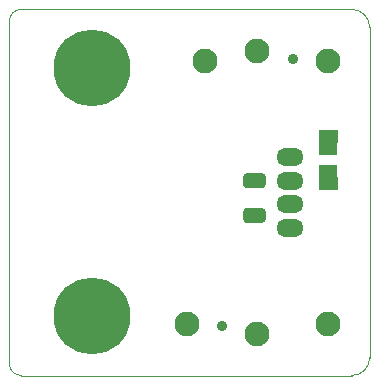
<source format=gbr>
G04 #@! TF.GenerationSoftware,KiCad,Pcbnew,5.1.9*
G04 #@! TF.CreationDate,2021-01-10T02:38:05+01:00*
G04 #@! TF.ProjectId,pressureSensorHolder,70726573-7375-4726-9553-656e736f7248,rev?*
G04 #@! TF.SameCoordinates,PX4dab598PY46b8d58*
G04 #@! TF.FileFunction,Soldermask,Top*
G04 #@! TF.FilePolarity,Negative*
%FSLAX46Y46*%
G04 Gerber Fmt 4.6, Leading zero omitted, Abs format (unit mm)*
G04 Created by KiCad (PCBNEW 5.1.9) date 2021-01-10 02:38:05*
%MOMM*%
%LPD*%
G01*
G04 APERTURE LIST*
G04 #@! TA.AperFunction,Profile*
%ADD10C,0.050000*%
G04 #@! TD*
%ADD11O,2.302000X1.502000*%
%ADD12C,2.102000*%
%ADD13C,0.902000*%
%ADD14C,6.502000*%
%ADD15R,1.500000X1.500000*%
%ADD16C,0.100000*%
G04 APERTURE END LIST*
D10*
X47500000Y-25000000D02*
G75*
G02*
X46500000Y-24000000I0J1000000D01*
G01*
X46500000Y5000000D02*
G75*
G02*
X47500000Y6000000I1000000J0D01*
G01*
X77000000Y-23500000D02*
G75*
G02*
X75500000Y-25000000I-1500000J0D01*
G01*
X75500000Y6000000D02*
G75*
G02*
X77000000Y4500000I0J-1500000D01*
G01*
X77000000Y-23500000D02*
X77000000Y4500000D01*
X47500000Y-25000000D02*
X75500000Y-25000000D01*
X46500000Y5000000D02*
X46500000Y-24000000D01*
X75500000Y6000000D02*
X47500000Y6000000D01*
X47500000Y-25000000D02*
G75*
G02*
X46500000Y-24000000I0J1000000D01*
G01*
X46500000Y5000000D02*
G75*
G02*
X47500000Y6000000I1000000J0D01*
G01*
X77000000Y-23500000D02*
G75*
G02*
X75500000Y-25000000I-1500000J0D01*
G01*
X75500000Y6000000D02*
G75*
G02*
X77000000Y4500000I0J-1500000D01*
G01*
X77000000Y-23500000D02*
X77000000Y4500000D01*
X47500000Y-25000000D02*
X75500000Y-25000000D01*
X46500000Y5000000D02*
X46500000Y-24000000D01*
X75500000Y6000000D02*
X47500000Y6000000D01*
D11*
X70250000Y-6500000D03*
X70250000Y-8500000D03*
X70250000Y-10500000D03*
X70250000Y-12500000D03*
D12*
X73450000Y1600000D03*
X63050000Y1600000D03*
X61550000Y-20600000D03*
X73450000Y-20600000D03*
D13*
X70500000Y1800000D03*
D12*
X67500000Y2500000D03*
D13*
X64500000Y-20800000D03*
D12*
X67500000Y-21500000D03*
D13*
X55197056Y-18302944D03*
X53500000Y-17600000D03*
X51802944Y-18302944D03*
X51100000Y-20000000D03*
X51802944Y-21697056D03*
X53500000Y-22400000D03*
X55197056Y-21697056D03*
X55900000Y-20000000D03*
D14*
X53500000Y-20000000D03*
D13*
X55197056Y2697056D03*
X53500000Y3400000D03*
X51802944Y2697056D03*
X51100000Y1000000D03*
X51802944Y-697056D03*
X53500000Y-1400000D03*
X55197056Y-697056D03*
X55900000Y1000000D03*
D14*
X53500000Y1000000D03*
D15*
X73500000Y-5550000D03*
X73500000Y-7950000D03*
D16*
G36*
X72699980Y-8240050D02*
G01*
X72702882Y-8230483D01*
X72707595Y-8221666D01*
X72713938Y-8213938D01*
X72721710Y-8207565D01*
X73471710Y-7707565D01*
X73480532Y-7702862D01*
X73490103Y-7699970D01*
X73500053Y-7699000D01*
X73510002Y-7699990D01*
X73519566Y-7702903D01*
X73528290Y-7707565D01*
X74278290Y-8207565D01*
X74286025Y-8213900D01*
X74292375Y-8221622D01*
X74297097Y-8230434D01*
X74300010Y-8239998D01*
X74301000Y-8250000D01*
X74301000Y-9250000D01*
X74300020Y-9259950D01*
X74297118Y-9269517D01*
X74292405Y-9278334D01*
X74286062Y-9286062D01*
X74278334Y-9292405D01*
X74269517Y-9297118D01*
X74259950Y-9300020D01*
X74250000Y-9301000D01*
X72750000Y-9301000D01*
X72740050Y-9300020D01*
X72730483Y-9297118D01*
X72721666Y-9292405D01*
X72713938Y-9286062D01*
X72707595Y-9278334D01*
X72702882Y-9269517D01*
X72699980Y-9259950D01*
X72699000Y-9250000D01*
X72699000Y-8250000D01*
X72699980Y-8240050D01*
G37*
G36*
X74300020Y-5259950D02*
G01*
X74297118Y-5269517D01*
X74292405Y-5278334D01*
X74286062Y-5286062D01*
X74278290Y-5292435D01*
X73528290Y-5792435D01*
X73519468Y-5797138D01*
X73509897Y-5800030D01*
X73499947Y-5801000D01*
X73489998Y-5800010D01*
X73480434Y-5797097D01*
X73471710Y-5792435D01*
X72721710Y-5292435D01*
X72713975Y-5286100D01*
X72707625Y-5278378D01*
X72702903Y-5269566D01*
X72699990Y-5260002D01*
X72699000Y-5250000D01*
X72699000Y-4250000D01*
X72699980Y-4240050D01*
X72702882Y-4230483D01*
X72707595Y-4221666D01*
X72713938Y-4213938D01*
X72721666Y-4207595D01*
X72730483Y-4202882D01*
X72740050Y-4199980D01*
X72750000Y-4199000D01*
X74250000Y-4199000D01*
X74259950Y-4199980D01*
X74269517Y-4202882D01*
X74278334Y-4207595D01*
X74286062Y-4213938D01*
X74292405Y-4221666D01*
X74297118Y-4230483D01*
X74300020Y-4240050D01*
X74301000Y-4250000D01*
X74301000Y-5250000D01*
X74300020Y-5259950D01*
G37*
G36*
G01*
X66571172Y-10824000D02*
X67928828Y-10824000D01*
G75*
G02*
X68201000Y-11096172I0J-272172D01*
G01*
X68201000Y-11803828D01*
G75*
G02*
X67928828Y-12076000I-272172J0D01*
G01*
X66571172Y-12076000D01*
G75*
G02*
X66299000Y-11803828I0J272172D01*
G01*
X66299000Y-11096172D01*
G75*
G02*
X66571172Y-10824000I272172J0D01*
G01*
G37*
G36*
G01*
X66571172Y-7874000D02*
X67928828Y-7874000D01*
G75*
G02*
X68201000Y-8146172I0J-272172D01*
G01*
X68201000Y-8853828D01*
G75*
G02*
X67928828Y-9126000I-272172J0D01*
G01*
X66571172Y-9126000D01*
G75*
G02*
X66299000Y-8853828I0J272172D01*
G01*
X66299000Y-8146172D01*
G75*
G02*
X66571172Y-7874000I272172J0D01*
G01*
G37*
M02*

</source>
